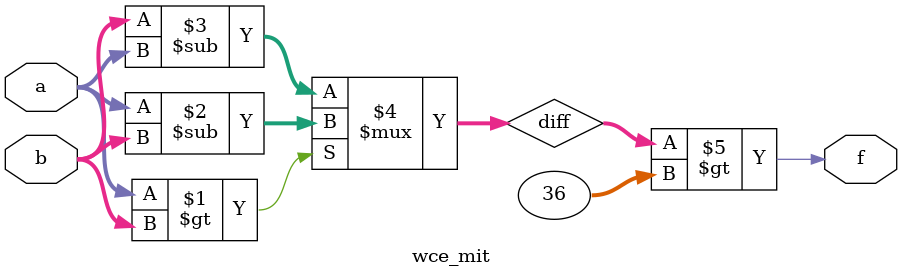
<source format=v>
module wce_mit(a, b, f);
parameter _bit = 9;
parameter wce = 36;
input [_bit - 1: 0] a;
input [_bit - 1: 0] b;
output f;
wire [_bit - 1: 0] diff;
assign diff = (a > b)? (a - b): (b - a);
assign f = (diff > wce);
endmodule

</source>
